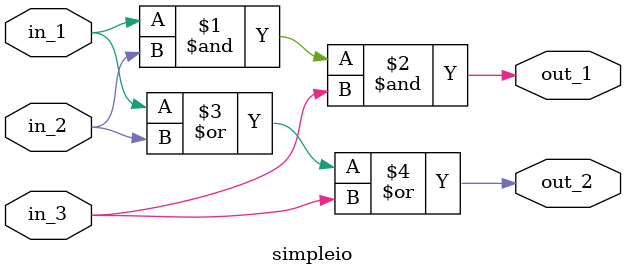
<source format=v>
`timescale 1ns / 1ps

///////////////////////
// Intermediate wire signals
//////////////////


module simpleio (
    //Inputs
    in_1,
    in_2, 
    in_3, 
    // outputs
    out_1, 
    out_2
);
// port definitions 
input in_1; 
input in_2;
input in_3; 

output out_1;
output out_2; 

wire intermediate_sig; 
// ---- Design implementation ---- 

// implement your design 

assign out_1 = in_1 & in_2 & in_3; 
assign out_2 = in_1 | in_2 | in_3; 

endmodule 


</source>
